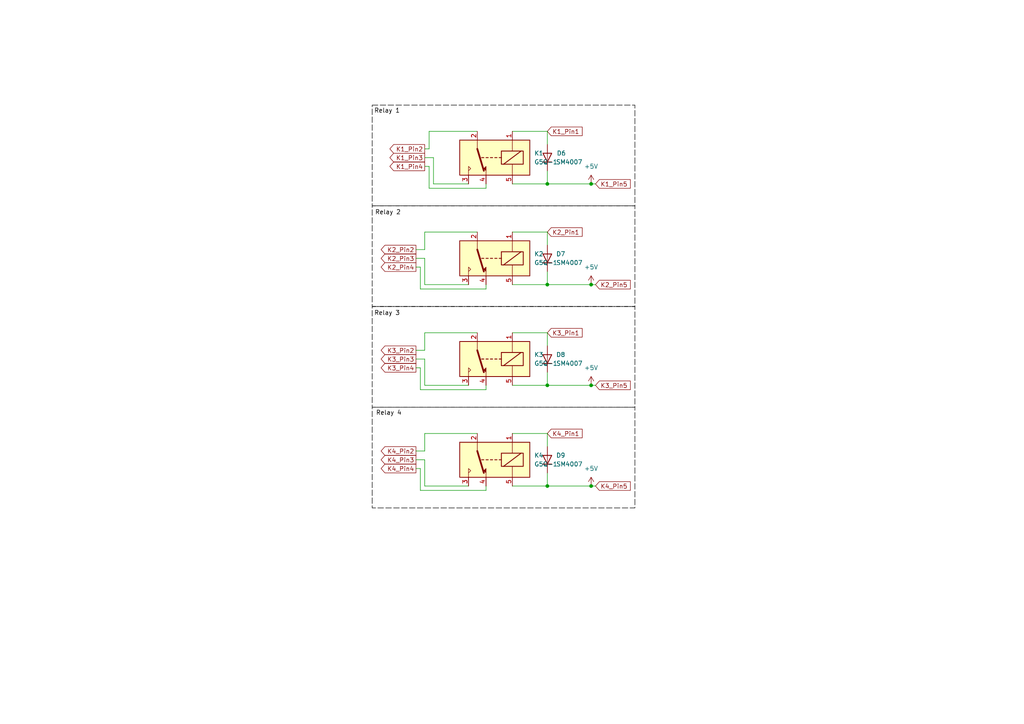
<source format=kicad_sch>
(kicad_sch (version 20250114) (generator "eeschema") (generator_version "9.0")
  (paper "A4")
  (title_block (title "Raspberry Pi Pico Logger - Relays") (date "2025-06-21") (rev "2.0") (company "Creator: Piotr Kłyś"))
  (lib_symbols
    (symbol "Diode:SM4007" (pin_numbers (hide yes)) (pin_names (hide yes))
      (property "Reference" "D" (at 0 2.54 0))
      (property "Value" "SM4007" (at 0 -2.54 0))
      (symbol "SM4007_0_1"
        (polyline (pts (xy -1.27 1.27) (xy -1.27 -1.27)) (stroke (width 0.254)))
        (polyline (pts (xy 1.27 1.27) (xy 1.27 -1.27) (xy -1.27 0) (xy 1.27 1.27)) (stroke (width 0.254)))
        (polyline (pts (xy 1.27 0) (xy -1.27 0)))
      )
      (symbol "SM4007_1_1"
        (pin passive line (at -3.81 0 0) (length 2.54) (name "K") (number "1"))
        (pin passive line (at 3.81 0 180) (length 2.54) (name "A") (number "2"))
      )
    )
    (symbol "Relay:G5Q-1"
      (property "Reference" "K" (at 11.43 3.81 0))
      (property "Value" "G5Q-1" (at 11.43 1.27 0))
      (symbol "G5Q-1_0_0"
        (polyline (pts (xy 7.62 5.08) (xy 7.62 2.54) (xy 6.985 3.175) (xy 7.62 3.81)))
      )
      (symbol "G5Q-1_0_1"
        (rectangle (start -10.16 5.08) (end 10.16 -5.08) (stroke (width 0.254)) (fill (type background)))
        (rectangle (start -8.255 1.905) (end -1.905 -1.905) (stroke (width 0.254)))
        (polyline (pts (xy -7.62 -1.905) (xy -2.54 1.905)) (stroke (width 0.254)))
        (polyline (pts (xy -5.08 5.08) (xy -5.08 1.905)))
        (polyline (pts (xy -5.08 -5.08) (xy -5.08 -1.905)))
        (polyline (pts (xy -1.905 0) (xy -1.27 0)) (stroke (width 0.254)))
        (polyline (pts (xy -0.635 0) (xy 0 0)) (stroke (width 0.254)))
        (polyline (pts (xy 0.635 0) (xy 1.27 0)) (stroke (width 0.254)))
        (polyline (pts (xy 1.905 0) (xy 2.54 0)) (stroke (width 0.254)))
        (polyline (pts (xy 2.54 5.08) (xy 2.54 2.54) (xy 3.175 3.175) (xy 2.54 3.81)) (fill (type outline)))
        (polyline (pts (xy 3.175 0) (xy 3.81 0)) (stroke (width 0.254)))
        (polyline (pts (xy 5.08 -2.54) (xy 3.175 3.81)) (stroke (width 0.508)))
        (polyline (pts (xy 5.08 -2.54) (xy 5.08 -5.08)))
      )
      (symbol "G5Q-1_1_1"
        (pin passive line (at -5.08 7.62 270) (length 2.54) (name "~") (number "5"))
        (pin passive line (at -5.08 -7.62 90) (length 2.54) (name "~") (number "1"))
        (pin passive line (at 2.54 7.62 270) (length 2.54) (name "~") (number "4"))
        (pin passive line (at 5.08 -7.62 90) (length 2.54) (name "~") (number "2"))
        (pin passive line (at 7.62 7.62 270) (length 2.54) (name "~") (number "3"))
      )
    )
    (symbol "power:+5V" (power) (pin_numbers (hide yes)) (pin_names (offset 0) (hide yes))
      (property "Value" "+5V" (at 0 3.556 0))
      (symbol "+5V_0_1"
        (polyline (pts (xy -0.762 1.27) (xy 0 2.54)))
        (polyline (pts (xy 0 2.54) (xy 0.762 1.27)))
        (polyline (pts (xy 0 0) (xy 0 2.54)))
      )
      (symbol "+5V_1_1"
        (pin power_in line (at 0 0 90) (length 0) (name "~") (number "1"))
      )
    )
  )
  (rectangle (start 107.95 118.11) (end 184.15 147.32) (stroke (width 0) (type dash) (color 0 0 0 1)))
  (rectangle (start 107.95 59.69) (end 184.15 88.9) (stroke (width 0) (type dash) (color 0 0 0 1)))
  (rectangle (start 107.95 30.48) (end 184.15 59.69) (stroke (width 0) (type dash) (color 0 0 0 1)))
  (rectangle (start 107.95 88.9) (end 184.15 118.11) (stroke (width 0) (type dash) (color 0 0 0 1)))
  (text "Relay 4" (at 112.776 119.888 0) (effects (font (size 1.27 1.27))))
  (text "Relay 2" (at 112.522 61.722 0) (effects (font (size 1.27 1.27))))
  (text "Relay 3" (at 112.268 90.932 0) (effects (font (size 1.27 1.27))))
  (text "Relay 1" (at 112.268 32.258 0) (effects (font (size 1.27 1.27))))
  (junction (at 158.75 82.55))
  (junction (at 171.45 53.34))
  (junction (at 171.45 140.97))
  (junction (at 171.45 111.76))
  (junction (at 171.45 82.55))
  (junction (at 158.75 53.34))
  (junction (at 158.75 140.97))
  (junction (at 158.75 111.76))
  (wire (pts (xy 140.97 54.61) (xy 124.46 54.61)))
  (wire (pts (xy 158.75 107.95) (xy 158.75 111.76)))
  (wire (pts (xy 120.65 133.35) (xy 123.19 133.35)))
  (wire (pts (xy 123.19 72.39) (xy 120.65 72.39)))
  (wire (pts (xy 140.97 111.76) (xy 140.97 113.03)))
  (wire (pts (xy 121.92 142.24) (xy 121.92 135.89)))
  (wire (pts (xy 158.75 67.31) (xy 158.75 71.12)))
  (wire (pts (xy 123.19 125.73) (xy 138.43 125.73)))
  (wire (pts (xy 121.92 135.89) (xy 120.65 135.89)))
  (wire (pts (xy 158.75 38.1) (xy 158.75 41.91)))
  (wire (pts (xy 148.59 38.1) (xy 158.75 38.1)))
  (wire (pts (xy 158.75 137.16) (xy 158.75 140.97)))
  (wire (pts (xy 171.45 111.76) (xy 172.72 111.76)))
  (wire (pts (xy 158.75 111.76) (xy 171.45 111.76)))
  (wire (pts (xy 140.97 83.82) (xy 121.92 83.82)))
  (wire (pts (xy 123.19 140.97) (xy 135.89 140.97)))
  (wire (pts (xy 140.97 82.55) (xy 140.97 83.82)))
  (wire (pts (xy 121.92 113.03) (xy 121.92 106.68)))
  (wire (pts (xy 124.46 54.61) (xy 124.46 48.26)))
  (wire (pts (xy 148.59 140.97) (xy 158.75 140.97)))
  (wire (pts (xy 171.45 53.34) (xy 172.72 53.34)))
  (wire (pts (xy 121.92 106.68) (xy 120.65 106.68)))
  (wire (pts (xy 125.73 45.72) (xy 123.19 45.72)))
  (wire (pts (xy 123.19 133.35) (xy 123.19 140.97)))
  (wire (pts (xy 171.45 82.55) (xy 172.72 82.55)))
  (wire (pts (xy 148.59 82.55) (xy 158.75 82.55)))
  (wire (pts (xy 121.92 83.82) (xy 121.92 77.47)))
  (wire (pts (xy 148.59 111.76) (xy 158.75 111.76)))
  (wire (pts (xy 135.89 53.34) (xy 125.73 53.34)))
  (wire (pts (xy 123.19 130.81) (xy 120.65 130.81)))
  (wire (pts (xy 123.19 96.52) (xy 138.43 96.52)))
  (wire (pts (xy 158.75 140.97) (xy 171.45 140.97)))
  (wire (pts (xy 158.75 125.73) (xy 158.75 129.54)))
  (wire (pts (xy 158.75 82.55) (xy 171.45 82.55)))
  (wire (pts (xy 123.19 101.6) (xy 120.65 101.6)))
  (wire (pts (xy 158.75 53.34) (xy 171.45 53.34)))
  (wire (pts (xy 123.19 111.76) (xy 135.89 111.76)))
  (wire (pts (xy 123.19 96.52) (xy 123.19 101.6)))
  (wire (pts (xy 120.65 104.14) (xy 123.19 104.14)))
  (wire (pts (xy 123.19 67.31) (xy 123.19 72.39)))
  (wire (pts (xy 158.75 96.52) (xy 158.75 100.33)))
  (wire (pts (xy 148.59 125.73) (xy 158.75 125.73)))
  (wire (pts (xy 135.89 82.55) (xy 123.19 82.55)))
  (wire (pts (xy 125.73 53.34) (xy 125.73 45.72)))
  (wire (pts (xy 124.46 48.26) (xy 123.19 48.26)))
  (wire (pts (xy 124.46 43.18) (xy 123.19 43.18)))
  (wire (pts (xy 123.19 82.55) (xy 123.19 74.93)))
  (wire (pts (xy 171.45 140.97) (xy 172.72 140.97)))
  (wire (pts (xy 123.19 74.93) (xy 120.65 74.93)))
  (wire (pts (xy 140.97 113.03) (xy 121.92 113.03)))
  (wire (pts (xy 158.75 78.74) (xy 158.75 82.55)))
  (wire (pts (xy 121.92 77.47) (xy 120.65 77.47)))
  (wire (pts (xy 148.59 53.34) (xy 158.75 53.34)))
  (wire (pts (xy 148.59 96.52) (xy 158.75 96.52)))
  (wire (pts (xy 158.75 49.53) (xy 158.75 53.34)))
  (wire (pts (xy 123.19 104.14) (xy 123.19 111.76)))
  (wire (pts (xy 123.19 125.73) (xy 123.19 130.81)))
  (wire (pts (xy 148.59 67.31) (xy 158.75 67.31)))
  (wire (pts (xy 124.46 38.1) (xy 138.43 38.1)))
  (wire (pts (xy 124.46 38.1) (xy 124.46 43.18)))
  (wire (pts (xy 123.19 67.31) (xy 138.43 67.31)))
  (wire (pts (xy 140.97 53.34) (xy 140.97 54.61)))
  (wire (pts (xy 121.92 142.24) (xy 140.97 142.24)))
  (wire (pts (xy 140.97 140.97) (xy 140.97 142.24)))
  (global_label "K1_Pin1" (shape input) (at 158.75 38.1 0) (property "Intersheetrefs" "${INTERSHEET_REFS}" (effects (hide yes))))
  (global_label "K1_Pin4" (shape output) (at 123.19 48.26 180) (property "Intersheetrefs" "${INTERSHEET_REFS}" (effects (hide yes))))
  (global_label "K1_Pin2" (shape output) (at 123.19 43.18 180) (property "Intersheetrefs" "${INTERSHEET_REFS}" (effects (hide yes))))
  (global_label "K1_Pin5" (shape input) (at 172.72 53.34 0) (property "Intersheetrefs" "${INTERSHEET_REFS}" (effects (hide yes))))
  (global_label "K2_Pin4" (shape output) (at 120.65 77.47 180) (property "Intersheetrefs" "${INTERSHEET_REFS}" (effects (hide yes))))
  (global_label "K4_Pin2" (shape output) (at 120.65 130.81 180) (property "Intersheetrefs" "${INTERSHEET_REFS}" (effects (hide yes))))
  (global_label "K3_Pin4" (shape output) (at 120.65 106.68 180) (property "Intersheetrefs" "${INTERSHEET_REFS}" (effects (hide yes))))
  (global_label "K1_Pin3" (shape output) (at 123.19 45.72 180) (property "Intersheetrefs" "${INTERSHEET_REFS}" (effects (hide yes))))
  (global_label "K2_Pin5" (shape input) (at 172.72 82.55 0) (property "Intersheetrefs" "${INTERSHEET_REFS}" (effects (hide yes))))
  (global_label "K3_Pin5" (shape input) (at 172.72 111.76 0) (property "Intersheetrefs" "${INTERSHEET_REFS}" (effects (hide yes))))
  (global_label "K4_Pin1" (shape input) (at 158.75 125.73 0) (property "Intersheetrefs" "${INTERSHEET_REFS}" (effects (hide yes))))
  (global_label "K2_Pin1" (shape input) (at 158.75 67.31 0) (property "Intersheetrefs" "${INTERSHEET_REFS}" (effects (hide yes))))
  (global_label "K2_Pin3" (shape output) (at 120.65 74.93 180) (property "Intersheetrefs" "${INTERSHEET_REFS}" (effects (hide yes))))
  (global_label "K2_Pin2" (shape output) (at 120.65 72.39 180) (property "Intersheetrefs" "${INTERSHEET_REFS}" (effects (hide yes))))
  (global_label "K4_Pin3" (shape output) (at 120.65 133.35 180) (property "Intersheetrefs" "${INTERSHEET_REFS}" (effects (hide yes))))
  (global_label "K3_Pin3" (shape output) (at 120.65 104.14 180) (property "Intersheetrefs" "${INTERSHEET_REFS}" (effects (hide yes))))
  (global_label "K4_Pin5" (shape input) (at 172.72 140.97 0) (property "Intersheetrefs" "${INTERSHEET_REFS}" (effects (hide yes))))
  (global_label "K3_Pin2" (shape output) (at 120.65 101.6 180) (property "Intersheetrefs" "${INTERSHEET_REFS}" (effects (hide yes))))
  (global_label "K3_Pin1" (shape input) (at 158.75 96.52 0) (property "Intersheetrefs" "${INTERSHEET_REFS}" (effects (hide yes))))
  (global_label "K4_Pin4" (shape output) (at 120.65 135.89 180) (property "Intersheetrefs" "${INTERSHEET_REFS}" (effects (hide yes))))
  (symbol (lib_id "power:+5V") (at 171.45 53.34 0) (unit 1)
    (property "Reference" "#PWR011" (effects (hide yes)))
    (property "Value" "+5V" (at 171.45 48.26 0))
    (property "Description" "Power symbol creates a global label with name \"+5V\"" (effects (hide yes)))
  )
  (symbol (lib_id "Diode:SM4007") (at 158.75 133.35 90) (unit 1)
    (property "Reference" "D9" (at 161.29 132.0799 90) (effects (justify right)))
    (property "Value" "SM4007" (at 161.29 134.6199 90) (effects (justify right)))
    (property "Footprint" "Diode_SMD:D_SMA" (effects (hide yes)))
    (property "Datasheet" "http://cdn-reichelt.de/documents/datenblatt/A400/SMD1N400%23DIO.pdf" (effects (hide yes)))
    (property "Description" "1000V 1A General Purpose Rectifier Diode, MELF" (effects (hide yes)))
    (property "Sim.Device" "D" (effects (hide yes)))
    (property "Sim.Pins" "1=K 2=A" (effects (hide yes)))
  )
  (symbol (lib_id "power:+5V") (at 171.45 140.97 0) (unit 1)
    (property "Reference" "#PWR032" (effects (hide yes)))
    (property "Value" "+5V" (at 171.45 135.89 0))
    (property "Description" "Power symbol creates a global label with name \"+5V\"" (effects (hide yes)))
  )
  (symbol (lib_id "Diode:SM4007") (at 158.75 45.72 90) (unit 1)
    (property "Reference" "D6" (at 162.814 44.45 90))
    (property "Value" "SM4007" (at 165.1 46.99 90))
    (property "Footprint" "Diode_SMD:D_SMA" (effects (hide yes)))
    (property "Datasheet" "http://cdn-reichelt.de/documents/datenblatt/A400/SMD1N400%23DIO.pdf" (effects (hide yes)))
    (property "Description" "1000V 1A General Purpose Rectifier Diode, MELF" (effects (hide yes)))
    (property "Sim.Device" "D" (effects (hide yes)))
    (property "Sim.Pins" "1=K 2=A" (effects (hide yes)))
  )
  (symbol (lib_id "Relay:G5Q-1") (at 143.51 104.14 180) (unit 1)
    (property "Reference" "K3" (at 154.94 102.8699 0) (effects (justify right)))
    (property "Value" "G5Q-1" (at 154.94 105.4099 0) (effects (justify right)))
    (property "Footprint" "Relay_THT:Relay_SPDT_Omron-G5Q-1" (effects (hide yes)))
    (property "Datasheet" "https://www.omron.com/ecb/products/pdf/en-g5q.pdf" (effects (hide yes)))
    (property "Description" "Omron G5G relay, Miniature Single Pole, SPDT, 10A" (effects (hide yes)))
  )
  (symbol (lib_id "Relay:G5Q-1") (at 143.51 133.35 180) (unit 1)
    (property "Reference" "K4" (at 154.94 132.0799 0) (effects (justify right)))
    (property "Value" "G5Q-1" (at 154.94 134.6199 0) (effects (justify right)))
    (property "Footprint" "Relay_THT:Relay_SPDT_Omron-G5Q-1" (effects (hide yes)))
    (property "Datasheet" "https://www.omron.com/ecb/products/pdf/en-g5q.pdf" (effects (hide yes)))
    (property "Description" "Omron G5G relay, Miniature Single Pole, SPDT, 10A" (effects (hide yes)))
  )
  (symbol (lib_id "Relay:G5Q-1") (at 143.51 74.93 180) (unit 1)
    (property "Reference" "K2" (at 154.94 73.6599 0) (effects (justify right)))
    (property "Value" "G5Q-1" (at 154.94 76.1999 0) (effects (justify right)))
    (property "Footprint" "Relay_THT:Relay_SPDT_Omron-G5Q-1" (effects (hide yes)))
    (property "Datasheet" "https://www.omron.com/ecb/products/pdf/en-g5q.pdf" (effects (hide yes)))
    (property "Description" "Omron G5G relay, Miniature Single Pole, SPDT, 10A" (effects (hide yes)))
  )
  (symbol (lib_id "Diode:SM4007") (at 158.75 104.14 90) (unit 1)
    (property "Reference" "D8" (at 161.29 102.8699 90) (effects (justify right)))
    (property "Value" "SM4007" (at 161.29 105.4099 90) (effects (justify right)))
    (property "Footprint" "Diode_SMD:D_SMA" (effects (hide yes)))
    (property "Datasheet" "http://cdn-reichelt.de/documents/datenblatt/A400/SMD1N400%23DIO.pdf" (effects (hide yes)))
    (property "Description" "1000V 1A General Purpose Rectifier Diode, MELF" (effects (hide yes)))
    (property "Sim.Device" "D" (effects (hide yes)))
    (property "Sim.Pins" "1=K 2=A" (effects (hide yes)))
  )
  (symbol (lib_id "power:+5V") (at 171.45 111.76 0) (unit 1)
    (property "Reference" "#PWR031" (effects (hide yes)))
    (property "Value" "+5V" (at 171.45 106.68 0))
    (property "Description" "Power symbol creates a global label with name \"+5V\"" (effects (hide yes)))
  )
  (symbol (lib_id "Relay:G5Q-1") (at 143.51 45.72 180) (unit 1)
    (property "Reference" "K1" (at 154.94 44.4499 0) (effects (justify right)))
    (property "Value" "G5Q-1" (at 154.94 46.9899 0) (effects (justify right)))
    (property "Footprint" "Relay_THT:Relay_SPDT_Omron-G5Q-1" (effects (hide yes)))
    (property "Datasheet" "https://www.omron.com/ecb/products/pdf/en-g5q.pdf" (effects (hide yes)))
    (property "Description" "Omron G5G relay, Miniature Single Pole, SPDT, 10A" (effects (hide yes)))
  )
  (symbol (lib_id "power:+5V") (at 171.45 82.55 0) (unit 1)
    (property "Reference" "#PWR030" (effects (hide yes)))
    (property "Value" "+5V" (at 171.45 77.47 0))
    (property "Description" "Power symbol creates a global label with name \"+5V\"" (effects (hide yes)))
  )
  (symbol (lib_id "Diode:SM4007") (at 158.75 74.93 90) (unit 1)
    (property "Reference" "D7" (at 161.29 73.6599 90) (effects (justify right)))
    (property "Value" "SM4007" (at 161.29 76.1999 90) (effects (justify right)))
    (property "Footprint" "Diode_SMD:D_SMA" (effects (hide yes)))
    (property "Datasheet" "http://cdn-reichelt.de/documents/datenblatt/A400/SMD1N400%23DIO.pdf" (effects (hide yes)))
    (property "Description" "1000V 1A General Purpose Rectifier Diode, MELF" (effects (hide yes)))
    (property "Sim.Device" "D" (effects (hide yes)))
    (property "Sim.Pins" "1=K 2=A" (effects (hide yes)))
  )
)
</source>
